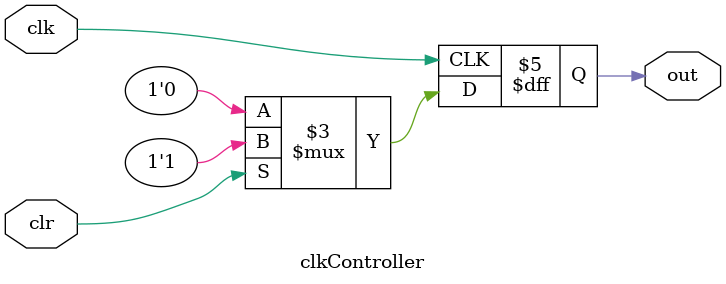
<source format=v>
module clkController(
	input clk, 
	input clr, 
	output reg out
);

always @ (posedge clk)
	begin
		out <= 0;
		if(clr) begin
			out <= 1;
		end else begin
			out <= 0;
		end 
	end 
endmodule
</source>
